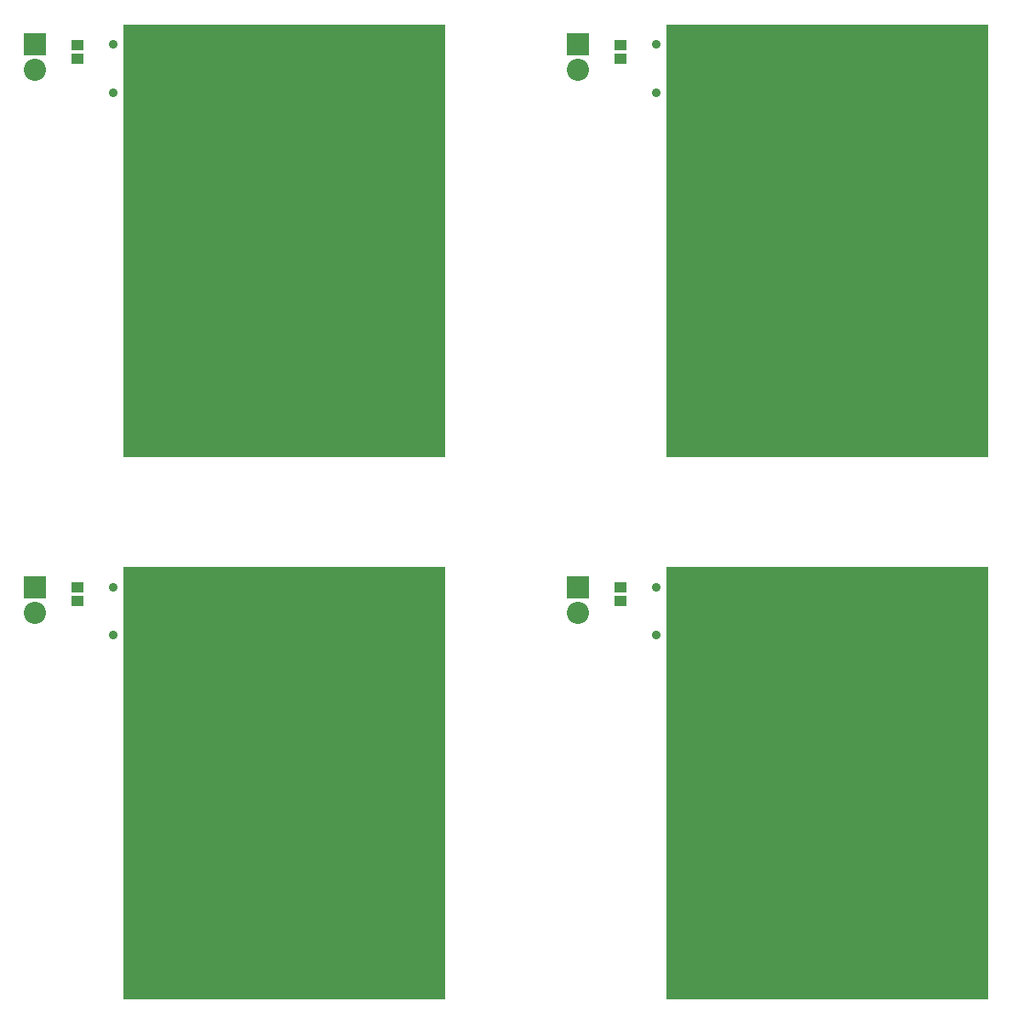
<source format=gts>
G04 Layer_Color=8388736*
%FSLAX25Y25*%
%MOIN*%
G70*
G01*
G75*
%ADD18R,1.25984X1.69291*%
%ADD19C,0.03556*%
%ADD20R,0.04540X0.04147*%
%ADD21C,0.08674*%
%ADD22R,0.08674X0.08674*%
%ADD23C,0.03950*%
D18*
X322835Y90158D02*
D03*
Y302756D02*
D03*
X110236D02*
D03*
Y90158D02*
D03*
D19*
X255906Y166929D02*
D03*
Y379528D02*
D03*
X43307D02*
D03*
Y166929D02*
D03*
X255906Y148130D02*
D03*
Y360728D02*
D03*
X43307D02*
D03*
Y148130D02*
D03*
D20*
X241732Y161516D02*
D03*
Y166831D02*
D03*
Y374114D02*
D03*
Y379429D02*
D03*
X29134Y374114D02*
D03*
Y379429D02*
D03*
Y161516D02*
D03*
Y166831D02*
D03*
D21*
X225197Y156929D02*
D03*
Y369528D02*
D03*
X12598D02*
D03*
Y156929D02*
D03*
D22*
X225197Y166929D02*
D03*
Y379528D02*
D03*
X12598D02*
D03*
Y166929D02*
D03*
D23*
X279626Y148130D02*
D03*
Y360728D02*
D03*
X67028D02*
D03*
Y148130D02*
D03*
M02*

</source>
